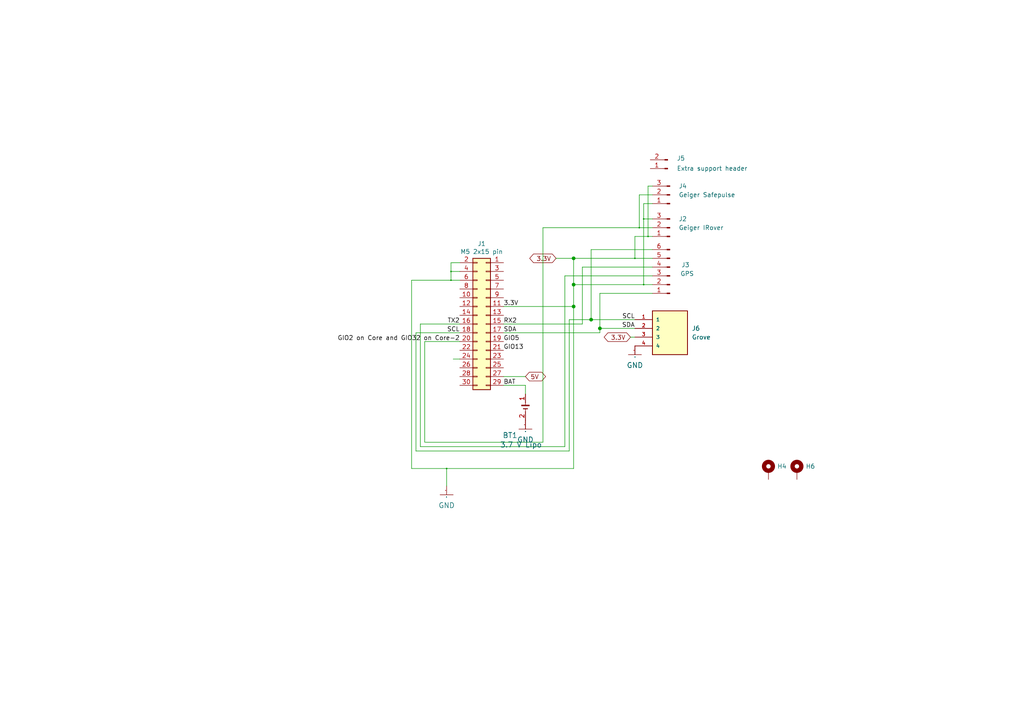
<source format=kicad_sch>
(kicad_sch (version 20231120) (generator "eeschema") (generator_version "8.99")
  (paper "A4")
  (title_block (title "bGeigieZen V4.0.1") (date "2024-02-27") (rev "V4.0.1") (company "GitHub link at https://github.com/Safecast/bGeigieZen"))
  (lib_symbols
    (symbol "110990030:110990030" (pin_names (offset 1.016))
      (property "Reference" "J" (at -5.08 5.842 0))
      (property "Value" "110990030" (at -5.08 -8.382 0))
      (symbol "110990030_0_0"
        (rectangle (start -5.08 -7.62) (end 5.08 5.08) (stroke (width 0.254)) (fill (type background)))
        (pin passive line (at -10.16 2.54 0) (length 5.08) (name "1") (number "1"))
        (pin passive line (at -10.16 0 0) (length 5.08) (name "2") (number "2"))
        (pin passive line (at -10.16 -2.54 0) (length 5.08) (name "3") (number "3"))
        (pin passive line (at -10.16 -5.08 0) (length 5.08) (name "4") (number "4"))
      )
    )
    (symbol "Connector:Conn_01x02_Male_1" (pin_names (offset 1.016) hide)
      (property "Reference" "J" (at 0 2.54 0))
      (property "Value" "Conn_01x02_Male" (at 0 -5.08 0))
      (symbol "Conn_01x02_Male_1_1_1"
        (polyline (pts (xy 1.27 -2.54) (xy 0.8636 -2.54)) (stroke (width 0.1524)))
        (polyline (pts (xy 1.27 0) (xy 0.8636 0)) (stroke (width 0.1524)))
        (rectangle (start 0.8636 -2.413) (end 0 -2.667) (stroke (width 0.1524)) (fill (type outline)))
        (rectangle (start 0.8636 0.127) (end 0 -0.127) (stroke (width 0.1524)) (fill (type outline)))
        (pin passive line (at 5.08 0 180) (length 3.81) (name "Pin_1") (number "1"))
        (pin passive line (at 5.08 -2.54 180) (length 3.81) (name "Pin_2") (number "2"))
      )
    )
    (symbol "Connector:Conn_01x03_Male" (pin_names hide)
      (property "Reference" "J" (at 0 5.08 0))
      (property "Value" "Conn_01x03_Male" (at 0 -5.08 0))
      (symbol "Conn_01x03_Male_1_1"
        (polyline (pts (xy 1.27 -2.54) (xy 0.8636 -2.54)) (stroke (width 0.1524)))
        (polyline (pts (xy 1.27 0) (xy 0.8636 0)) (stroke (width 0.1524)))
        (polyline (pts (xy 1.27 2.54) (xy 0.8636 2.54)) (stroke (width 0.1524)))
        (rectangle (start 0.8636 -2.413) (end 0 -2.667) (stroke (width 0.1524)) (fill (type outline)))
        (rectangle (start 0.8636 0.127) (end 0 -0.127) (stroke (width 0.1524)) (fill (type outline)))
        (rectangle (start 0.8636 2.667) (end 0 2.413) (stroke (width 0.1524)) (fill (type outline)))
        (pin passive line (at 5.08 2.54 180) (length 3.81) (name "Pin_1") (number "1"))
        (pin passive line (at 5.08 0 180) (length 3.81) (name "Pin_2") (number "2"))
        (pin passive line (at 5.08 -2.54 180) (length 3.81) (name "Pin_3") (number "3"))
      )
    )
    (symbol "Connector:Conn_01x06_Male" (pin_names (offset 1.016) hide)
      (property "Reference" "J" (at 0 7.62 0))
      (property "Value" "Conn_01x06_Male" (at 0 -10.16 0))
      (symbol "Conn_01x06_Male_1_1"
        (polyline (pts (xy 1.27 -7.62) (xy 0.8636 -7.62)) (stroke (width 0.1524)))
        (polyline (pts (xy 1.27 -5.08) (xy 0.8636 -5.08)) (stroke (width 0.1524)))
        (polyline (pts (xy 1.27 -2.54) (xy 0.8636 -2.54)) (stroke (width 0.1524)))
        (polyline (pts (xy 1.27 0) (xy 0.8636 0)) (stroke (width 0.1524)))
        (polyline (pts (xy 1.27 2.54) (xy 0.8636 2.54)) (stroke (width 0.1524)))
        (polyline (pts (xy 1.27 5.08) (xy 0.8636 5.08)) (stroke (width 0.1524)))
        (rectangle (start 0.8636 -7.493) (end 0 -7.747) (stroke (width 0.1524)) (fill (type outline)))
        (rectangle (start 0.8636 -4.953) (end 0 -5.207) (stroke (width 0.1524)) (fill (type outline)))
        (rectangle (start 0.8636 -2.413) (end 0 -2.667) (stroke (width 0.1524)) (fill (type outline)))
        (rectangle (start 0.8636 0.127) (end 0 -0.127) (stroke (width 0.1524)) (fill (type outline)))
        (rectangle (start 0.8636 2.667) (end 0 2.413) (stroke (width 0.1524)) (fill (type outline)))
        (rectangle (start 0.8636 5.207) (end 0 4.953) (stroke (width 0.1524)) (fill (type outline)))
        (pin passive line (at 5.08 5.08 180) (length 3.81) (name "Pin_1") (number "1"))
        (pin passive line (at 5.08 2.54 180) (length 3.81) (name "Pin_2") (number "2"))
        (pin passive line (at 5.08 0 180) (length 3.81) (name "Pin_3") (number "3"))
        (pin passive line (at 5.08 -2.54 180) (length 3.81) (name "Pin_4") (number "4"))
        (pin passive line (at 5.08 -5.08 180) (length 3.81) (name "Pin_5") (number "5"))
        (pin passive line (at 5.08 -7.62 180) (length 3.81) (name "Pin_6") (number "6"))
      )
    )
    (symbol "Connector_Generic:Conn_02x15_Odd_Even" (pin_names hide)
      (property "Reference" "J" (at 1.27 20.32 0))
      (property "Value" "Conn_02x15_Odd_Even" (at 1.27 -20.32 0))
      (symbol "Conn_02x15_Odd_Even_1_1"
        (rectangle (start -1.27 -17.653) (end 0 -17.907))
        (rectangle (start -1.27 -15.113) (end 0 -15.367))
        (rectangle (start -1.27 -12.573) (end 0 -12.827))
        (rectangle (start -1.27 -10.033) (end 0 -10.287))
        (rectangle (start -1.27 -7.493) (end 0 -7.747))
        (rectangle (start -1.27 -4.953) (end 0 -5.207))
        (rectangle (start -1.27 -2.413) (end 0 -2.667))
        (rectangle (start -1.27 0.127) (end 0 -0.127))
        (rectangle (start -1.27 2.667) (end 0 2.413))
        (rectangle (start -1.27 5.207) (end 0 4.953))
        (rectangle (start -1.27 7.747) (end 0 7.493))
        (rectangle (start -1.27 10.287) (end 0 10.033))
        (rectangle (start -1.27 12.827) (end 0 12.573))
        (rectangle (start -1.27 15.367) (end 0 15.113))
        (rectangle (start -1.27 17.907) (end 0 17.653))
        (rectangle (start -1.27 19.05) (end 3.81 -19.05) (stroke (width 0.254)) (fill (type background)))
        (rectangle (start 3.81 -17.653) (end 2.54 -17.907))
        (rectangle (start 3.81 -15.113) (end 2.54 -15.367))
        (rectangle (start 3.81 -12.573) (end 2.54 -12.827))
        (rectangle (start 3.81 -10.033) (end 2.54 -10.287))
        (rectangle (start 3.81 -7.493) (end 2.54 -7.747))
        (rectangle (start 3.81 -4.953) (end 2.54 -5.207))
        (rectangle (start 3.81 -2.413) (end 2.54 -2.667))
        (rectangle (start 3.81 0.127) (end 2.54 -0.127))
        (rectangle (start 3.81 2.667) (end 2.54 2.413))
        (rectangle (start 3.81 5.207) (end 2.54 4.953))
        (rectangle (start 3.81 7.747) (end 2.54 7.493))
        (rectangle (start 3.81 10.287) (end 2.54 10.033))
        (rectangle (start 3.81 12.827) (end 2.54 12.573))
        (rectangle (start 3.81 15.367) (end 2.54 15.113))
        (rectangle (start 3.81 17.907) (end 2.54 17.653))
        (pin passive line (at -5.08 17.78 0) (length 3.81) (name "Pin_1") (number "1"))
        (pin passive line (at 7.62 7.62 180) (length 3.81) (name "Pin_10") (number "10"))
        (pin passive line (at -5.08 5.08 0) (length 3.81) (name "Pin_11") (number "11"))
        (pin passive line (at 7.62 5.08 180) (length 3.81) (name "Pin_12") (number "12"))
        (pin passive line (at -5.08 2.54 0) (length 3.81) (name "Pin_13") (number "13"))
        (pin passive line (at 7.62 2.54 180) (length 3.81) (name "Pin_14") (number "14"))
        (pin passive line (at -5.08 0 0) (length 3.81) (name "Pin_15") (number "15"))
        (pin passive line (at 7.62 0 180) (length 3.81) (name "Pin_16") (number "16"))
        (pin passive line (at -5.08 -2.54 0) (length 3.81) (name "Pin_17") (number "17"))
        (pin passive line (at 7.62 -2.54 180) (length 3.81) (name "Pin_18") (number "18"))
        (pin passive line (at -5.08 -5.08 0) (length 3.81) (name "Pin_19") (number "19"))
        (pin passive line (at 7.62 17.78 180) (length 3.81) (name "Pin_2") (number "2"))
        (pin passive line (at 7.62 -5.08 180) (length 3.81) (name "Pin_20") (number "20"))
        (pin passive line (at -5.08 -7.62 0) (length 3.81) (name "Pin_21") (number "21"))
        (pin passive line (at 7.62 -7.62 180) (length 3.81) (name "Pin_22") (number "22"))
        (pin passive line (at -5.08 -10.16 0) (length 3.81) (name "Pin_23") (number "23"))
        (pin passive line (at 7.62 -10.16 180) (length 3.81) (name "Pin_24") (number "24"))
        (pin passive line (at -5.08 -12.7 0) (length 3.81) (name "Pin_25") (number "25"))
        (pin passive line (at 7.62 -12.7 180) (length 3.81) (name "Pin_26") (number "26"))
        (pin passive line (at -5.08 -15.24 0) (length 3.81) (name "Pin_27") (number "27"))
        (pin passive line (at 7.62 -15.24 180) (length 3.81) (name "Pin_28") (number "28"))
        (pin passive line (at -5.08 -17.78 0) (length 3.81) (name "Pin_29") (number "29"))
        (pin passive line (at -5.08 15.24 0) (length 3.81) (name "Pin_3") (number "3"))
        (pin passive line (at 7.62 -17.78 180) (length 3.81) (name "Pin_30") (number "30"))
        (pin passive line (at 7.62 15.24 180) (length 3.81) (name "Pin_4") (number "4"))
        (pin passive line (at -5.08 12.7 0) (length 3.81) (name "Pin_5") (number "5"))
        (pin passive line (at 7.62 12.7 180) (length 3.81) (name "Pin_6") (number "6"))
        (pin passive line (at -5.08 10.16 0) (length 3.81) (name "Pin_7") (number "7"))
        (pin passive line (at 7.62 10.16 180) (length 3.81) (name "Pin_8") (number "8"))
        (pin passive line (at -5.08 7.62 0) (length 3.81) (name "Pin_9") (number "9"))
      )
    )
    (symbol "Mechanical:MountingHole_Pad" (pin_numbers hide) (pin_names hide)
      (property "Reference" "H" (at 0 6.35 0))
      (property "Value" "MountingHole_Pad" (at 0 4.445 0))
      (symbol "MountingHole_Pad_0_1"
        (circle (center 0 1.27) (radius 1.27) (stroke (width 1.27)))
      )
      (symbol "MountingHole_Pad_1_1"
        (pin input line (at 0 -2.54 90) (length 2.54) (name "1") (number "1"))
      )
    )
    (symbol "bGeigieRaku-V2-rescue:BATTERY-akizuki-M5_board-rescue" (pin_names hide)
      (property "Reference" "BT" (at 0 -7.62 0))
      (property "Value" "BATTERY-akizuki-M5_board-rescue" (at 0 6.35 0))
      (symbol "BATTERY-akizuki-M5_board-rescue_0_1"
        (rectangle (start -1.143 0.635) (end 1.143 0.381) (fill (type outline)))
        (rectangle (start -0.635 -0.381) (end 0.635 -0.508))
        (polyline (pts (xy 0 -0.508) (xy 0 -1.27)))
        (polyline (pts (xy 0 1.27) (xy 0 0.635)))
      )
      (symbol "BATTERY-akizuki-M5_board-rescue_1_1"
        (pin input line (at 0 3.81 270) (length 2.54) (name "+") (number "1"))
        (pin input line (at 0 -3.81 90) (length 2.54) (name "-") (number "2"))
      )
    )
    (symbol "bGeigieRaku-V2-rescue:GND-bGeigieNano_V1.1.5" (power)
      (property "Value" "GND-bGeigieNano_V1.1.5" (at 0 -0.254 0))
      (symbol "GND-bGeigieNano_V1.1.5_1_0"
        (polyline (pts (xy -1.905 0) (xy 1.905 0)))
        (pin power_in line (at 0 2.54 270) (length 2.54) (name "GND") (number "1"))
      )
    )
  )
  (junction (at 186.69 82.55) (diameter 0.3048))
  (junction (at 166.37 74.93))
  (junction (at 130.81 81.28) (diameter 0.3048))
  (junction (at 186.69 63.5) (diameter 0.3048))
  (junction (at 185.42 66.04) (diameter 0.3048))
  (junction (at 184.15 74.93) (diameter 0.3048))
  (junction (at 187.96 68.58) (diameter 0.3048))
  (junction (at 166.37 82.55))
  (junction (at 129.54 135.89) (diameter 0.3048))
  (junction (at 166.37 88.9))
  (junction (at 173.99 95.25))
  (junction (at 171.45 92.71))
  (junction (at 130.81 78.74) (diameter 0.3048))
  (wire (pts (xy 173.99 85.09) (xy 173.99 95.25)))
  (wire (pts (xy 120.65 96.52) (xy 133.35 96.52)))
  (wire (pts (xy 120.65 130.81) (xy 120.65 96.52)))
  (wire (pts (xy 186.69 59.055) (xy 189.23 59.055)))
  (wire (pts (xy 186.69 82.55) (xy 166.37 82.55)))
  (wire (pts (xy 130.81 78.74) (xy 133.35 78.74)))
  (wire (pts (xy 189.23 85.09) (xy 173.99 85.09)))
  (wire (pts (xy 129.54 135.89) (xy 129.54 140.97)))
  (wire (pts (xy 129.54 135.89) (xy 166.37 135.89)))
  (wire (pts (xy 146.05 109.22) (xy 152.4 109.22)))
  (wire (pts (xy 146.05 111.76) (xy 152.4 111.76)))
  (wire (pts (xy 130.81 81.28) (xy 133.35 81.28)))
  (wire (pts (xy 161.29 74.93) (xy 166.37 74.93)))
  (wire (pts (xy 165.1 92.71) (xy 171.45 92.71)))
  (wire (pts (xy 189.23 66.04) (xy 185.42 66.04)))
  (wire (pts (xy 146.05 96.52) (xy 173.99 96.52)))
  (wire (pts (xy 130.81 78.74) (xy 130.81 76.2)))
  (wire (pts (xy 163.83 129.54) (xy 121.92 129.54)))
  (wire (pts (xy 168.91 93.98) (xy 146.05 93.98)))
  (wire (pts (xy 119.38 135.89) (xy 119.38 81.28)))
  (wire (pts (xy 123.19 128.27) (xy 157.48 128.27)))
  (wire (pts (xy 121.92 93.98) (xy 133.35 93.98)))
  (wire (pts (xy 186.69 82.55) (xy 186.69 63.5)))
  (wire (pts (xy 184.15 74.93) (xy 184.15 68.58)))
  (wire (pts (xy 119.38 135.89) (xy 129.54 135.89)))
  (wire (pts (xy 187.96 53.975) (xy 187.96 68.58)))
  (wire (pts (xy 133.35 104.14) (xy 131.445 104.14)))
  (wire (pts (xy 123.19 128.27) (xy 123.19 99.06)))
  (wire (pts (xy 166.37 88.9) (xy 166.37 135.89)))
  (wire (pts (xy 157.48 66.04) (xy 185.42 66.04)))
  (wire (pts (xy 152.4 114.3) (xy 152.4 111.76)))
  (wire (pts (xy 130.81 81.28) (xy 130.81 78.74)))
  (wire (pts (xy 119.38 81.28) (xy 130.81 81.28)))
  (wire (pts (xy 171.45 72.39) (xy 189.23 72.39)))
  (wire (pts (xy 173.99 95.25) (xy 184.15 95.25)))
  (wire (pts (xy 182.88 97.79) (xy 184.15 97.79)))
  (wire (pts (xy 163.83 80.01) (xy 163.83 129.54)))
  (wire (pts (xy 189.23 77.47) (xy 168.91 77.47)))
  (wire (pts (xy 173.99 95.25) (xy 173.99 96.52)))
  (wire (pts (xy 185.42 56.515) (xy 185.42 66.04)))
  (wire (pts (xy 189.23 56.515) (xy 185.42 56.515)))
  (wire (pts (xy 146.05 88.9) (xy 166.37 88.9)))
  (wire (pts (xy 157.48 66.04) (xy 157.48 128.27)))
  (wire (pts (xy 171.45 92.71) (xy 171.45 72.39)))
  (wire (pts (xy 130.81 76.2) (xy 133.35 76.2)))
  (wire (pts (xy 187.96 53.975) (xy 189.23 53.975)))
  (wire (pts (xy 189.23 82.55) (xy 186.69 82.55)))
  (wire (pts (xy 121.92 129.54) (xy 121.92 93.98)))
  (wire (pts (xy 168.91 77.47) (xy 168.91 93.98)))
  (wire (pts (xy 184.15 68.58) (xy 187.96 68.58)))
  (wire (pts (xy 187.96 68.58) (xy 189.23 68.58)))
  (wire (pts (xy 123.19 99.06) (xy 133.35 99.06)))
  (wire (pts (xy 171.45 92.71) (xy 184.15 92.71)))
  (wire (pts (xy 166.37 74.93) (xy 184.15 74.93)))
  (wire (pts (xy 186.69 63.5) (xy 186.69 59.055)))
  (wire (pts (xy 166.37 82.55) (xy 166.37 88.9)))
  (wire (pts (xy 166.37 74.93) (xy 166.37 82.55)))
  (wire (pts (xy 184.15 74.93) (xy 189.23 74.93)))
  (wire (pts (xy 189.23 80.01) (xy 163.83 80.01)))
  (wire (pts (xy 165.1 130.81) (xy 120.65 130.81)))
  (wire (pts (xy 186.69 63.5) (xy 189.23 63.5)))
  (wire (pts (xy 165.1 92.71) (xy 165.1 130.81)))
  (label "SDA" (at 146.05 96.52 0))
  (label "TX2" (at 133.35 93.98 180))
  (label "GIO13" (at 146.05 101.6 0))
  (label "GIO2 on Core and GIO32 on Core-2" (at 133.35 99.06 180))
  (label "3.3V" (at 146.05 88.9 0))
  (label "SCL" (at 184.15 92.71 180))
  (label "SCL" (at 133.35 96.52 180))
  (label "GIO5" (at 146.05 99.06 0))
  (label "BAT" (at 146.05 111.76 0))
  (label "RX2" (at 146.05 93.98 0))
  (label "SDA" (at 184.15 95.25 180))
  (global_label "3.3V" (shape bidirectional) (at 182.88 97.79 180) (property "Intersheetrefs" "${INTERSHEET_REFS}" (effects (hide yes))))
  (global_label "3.3V" (shape bidirectional) (at 161.29 74.93 180) (property "Intersheetrefs" "${INTERSHEET_REFS}" (effects (hide yes))))
  (global_label "5V" (shape bidirectional) (at 152.4 109.22 0) (property "Intersheetrefs" "${INTERSHEET_REFS}" (effects (hide yes))))
  (symbol (lib_id "Connector_Generic:Conn_02x15_Odd_Even") (at 140.97 93.98 0) (mirror y) (unit 1)
    (property "Reference" "J1" (at 139.7 70.6882 0))
    (property "Value" "M5 2x15 pin" (at 139.7 72.9996 0))
    (property "Footprint" "Connector_PinHeader_2.54mm:PinHeader_2x15_P2.54mm_Vertical" (effects (hide yes)))
    (property "Datasheet" "Hirosugi Instruments: PSM-4200233-15" (effects (hide yes)))
  )
  (symbol (lib_id "bGeigieRaku-V2-rescue:BATTERY-akizuki-M5_board-rescue") (at 152.4 118.11 0) (unit 1)
    (property "Reference" "BT1" (at 145.7452 126.2634 0) (effects (font (size 1.524 1.524)) (justify left)))
    (property "Value" " 3.7 V Lipo" (at 143.8402 128.9812 0) (effects (font (size 1.524 1.524)) (justify left)))
    (property "Footprint" "Library:BATTERY_18650-HOLDER" (effects (hide yes)))
  )
  (symbol (lib_id "Connector:Conn_01x06_Male") (at 194.31 80.01 180) (unit 1)
    (property "Reference" "J3" (at 200.025 76.835 0) (effects (justify left)))
    (property "Value" "GPS" (at 201.295 79.375 0) (effects (justify left)))
    (property "Footprint" "Connector_PinSocket_2.54mm:PinSocket_1x06_P2.54mm_Vertical" (effects (hide yes)))
  )
  (symbol (lib_id "Connector:Conn_01x03_Male") (at 194.31 66.04 180) (unit 1)
    (property "Reference" "J2" (at 196.85 63.5 0) (effects (justify right)))
    (property "Value" "Geiger IRover" (at 196.85 66.04 0) (effects (justify right)))
    (property "Footprint" "Connector_PinHeader_2.54mm:PinHeader_1x03_P2.54mm_Vertical" (effects (hide yes)))
  )
  (symbol (lib_id "bGeigieRaku-V2-rescue:GND-bGeigieNano_V1.1.5") (at 129.54 143.51 0) (unit 1)
    (property "Reference" "#GND01" (effects (hide yes)))
    (property "Value" "GND" (at 129.54 146.5834 0) (effects (font (size 1.4986 1.4986))))
  )
  (symbol (lib_id "Mechanical:MountingHole_Pad") (at 222.885 136.525 0) (unit 1)
    (property "Reference" "H4" (at 225.425 135.255 0) (effects (justify left)))
    (property "Value" "MountingHole_Pad" (effects (hide yes)))
    (property "Footprint" "MountingHole:MountingHole_3.2mm_M3" (effects (hide yes)))
  )
  (symbol (lib_id "Mechanical:MountingHole_Pad") (at 231.14 136.525 0) (unit 1)
    (property "Reference" "H6" (at 233.68 135.255 0) (effects (justify left)))
    (property "Value" "MountingHole_Pad" (effects (hide yes)))
    (property "Footprint" "MountingHole:MountingHole_3.2mm_M3" (effects (hide yes)))
  )
  (symbol (lib_id "Connector:Conn_01x03_Male") (at 194.31 56.515 180) (unit 1)
    (property "Reference" "J4" (at 196.85 53.975 0) (effects (justify right)))
    (property "Value" "Geiger Safepulse" (at 196.85 56.515 0) (effects (justify right)))
    (property "Footprint" "Connector_PinHeader_2.54mm:PinHeader_1x03_P2.54mm_Vertical" (effects (hide yes)))
  )
  (symbol (lib_id "bGeigieRaku-V2-rescue:GND-bGeigieNano_V1.1.5") (at 184.15 102.87 0) (unit 1)
    (property "Reference" "#GND0102" (effects (hide yes)))
    (property "Value" "GND" (at 184.15 105.9434 0) (effects (font (size 1.4986 1.4986))))
  )
  (symbol (lib_id "110990030:110990030") (at 194.31 95.25 0) (unit 1)
    (property "Reference" "J6" (at 200.66 95.2499 0) (effects (justify left)))
    (property "Value" "Grove" (at 200.66 97.7899 0) (effects (justify left)))
    (property "Footprint" "Connector_PinSocket_2.00mm:PinSocket_1x04_P2.00mm_Horizontal" (effects (hide yes)))
    (property "PARTREV" "A" (effects (hide yes)))
    (property "STANDARD" "Manufacturer Recommendations" (effects (hide yes)))
    (property "MAXIMUM_PACKAGE_HEIGHT" "8.1mm" (effects (hide yes)))
    (property "MANUFACTURER" "Seeed Technology" (effects (hide yes)))
  )
  (symbol (lib_name "Connector:Conn_01x02_Male_1") (lib_id "Connector:Conn_01x02_Male") (at 193.675 48.895 180) (unit 1)
    (property "Reference" "J5" (at 196.2913 45.9168 0) (effects (justify right)))
    (property "Value" "Extra support header" (at 196.2913 48.8505 0) (effects (justify right)))
    (property "Footprint" "Connector_PinHeader_2.54mm:PinHeader_1x02_P2.54mm_Vertical" (effects (hide yes)))
  )
  (symbol (lib_id "bGeigieRaku-V2-rescue:GND-bGeigieNano_V1.1.5") (at 152.4 124.46 0) (unit 1)
    (property "Reference" "#GND02" (effects (hide yes)))
    (property "Value" "GND" (at 152.4 127.5334 0) (effects (font (size 1.4986 1.4986))))
  )
)
</source>
